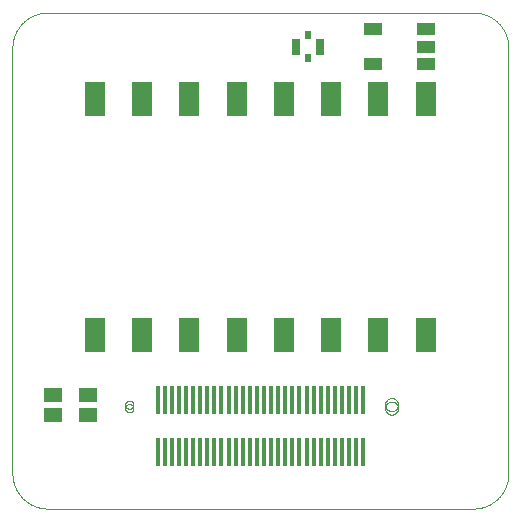
<source format=gtp>
G75*
%MOIN*%
%OFA0B0*%
%FSLAX25Y25*%
%IPPOS*%
%LPD*%
%AMOC8*
5,1,8,0,0,1.08239X$1,22.5*
%
%ADD10C,0.00000*%
%ADD11R,0.01378X0.09646*%
%ADD12R,0.07087X0.11811*%
%ADD13R,0.05906X0.05118*%
%ADD14R,0.06102X0.03937*%
%ADD15R,0.02165X0.02559*%
%ADD16R,0.02559X0.05709*%
D10*
X0013311Y0018636D02*
X0155043Y0018636D01*
X0155328Y0018639D01*
X0155614Y0018650D01*
X0155899Y0018667D01*
X0156183Y0018691D01*
X0156467Y0018722D01*
X0156750Y0018760D01*
X0157031Y0018805D01*
X0157312Y0018856D01*
X0157592Y0018914D01*
X0157870Y0018979D01*
X0158146Y0019051D01*
X0158420Y0019129D01*
X0158693Y0019214D01*
X0158963Y0019306D01*
X0159231Y0019404D01*
X0159497Y0019508D01*
X0159760Y0019619D01*
X0160020Y0019736D01*
X0160278Y0019859D01*
X0160532Y0019989D01*
X0160783Y0020125D01*
X0161031Y0020266D01*
X0161275Y0020414D01*
X0161516Y0020567D01*
X0161752Y0020727D01*
X0161985Y0020892D01*
X0162214Y0021062D01*
X0162439Y0021238D01*
X0162659Y0021420D01*
X0162875Y0021606D01*
X0163086Y0021798D01*
X0163293Y0021995D01*
X0163495Y0022197D01*
X0163692Y0022404D01*
X0163884Y0022615D01*
X0164070Y0022831D01*
X0164252Y0023051D01*
X0164428Y0023276D01*
X0164598Y0023505D01*
X0164763Y0023738D01*
X0164923Y0023974D01*
X0165076Y0024215D01*
X0165224Y0024459D01*
X0165365Y0024707D01*
X0165501Y0024958D01*
X0165631Y0025212D01*
X0165754Y0025470D01*
X0165871Y0025730D01*
X0165982Y0025993D01*
X0166086Y0026259D01*
X0166184Y0026527D01*
X0166276Y0026797D01*
X0166361Y0027070D01*
X0166439Y0027344D01*
X0166511Y0027620D01*
X0166576Y0027898D01*
X0166634Y0028178D01*
X0166685Y0028459D01*
X0166730Y0028740D01*
X0166768Y0029023D01*
X0166799Y0029307D01*
X0166823Y0029591D01*
X0166840Y0029876D01*
X0166851Y0030162D01*
X0166854Y0030447D01*
X0166854Y0172179D01*
X0166851Y0172464D01*
X0166840Y0172750D01*
X0166823Y0173035D01*
X0166799Y0173319D01*
X0166768Y0173603D01*
X0166730Y0173886D01*
X0166685Y0174167D01*
X0166634Y0174448D01*
X0166576Y0174728D01*
X0166511Y0175006D01*
X0166439Y0175282D01*
X0166361Y0175556D01*
X0166276Y0175829D01*
X0166184Y0176099D01*
X0166086Y0176367D01*
X0165982Y0176633D01*
X0165871Y0176896D01*
X0165754Y0177156D01*
X0165631Y0177414D01*
X0165501Y0177668D01*
X0165365Y0177919D01*
X0165224Y0178167D01*
X0165076Y0178411D01*
X0164923Y0178652D01*
X0164763Y0178888D01*
X0164598Y0179121D01*
X0164428Y0179350D01*
X0164252Y0179575D01*
X0164070Y0179795D01*
X0163884Y0180011D01*
X0163692Y0180222D01*
X0163495Y0180429D01*
X0163293Y0180631D01*
X0163086Y0180828D01*
X0162875Y0181020D01*
X0162659Y0181206D01*
X0162439Y0181388D01*
X0162214Y0181564D01*
X0161985Y0181734D01*
X0161752Y0181899D01*
X0161516Y0182059D01*
X0161275Y0182212D01*
X0161031Y0182360D01*
X0160783Y0182501D01*
X0160532Y0182637D01*
X0160278Y0182767D01*
X0160020Y0182890D01*
X0159760Y0183007D01*
X0159497Y0183118D01*
X0159231Y0183222D01*
X0158963Y0183320D01*
X0158693Y0183412D01*
X0158420Y0183497D01*
X0158146Y0183575D01*
X0157870Y0183647D01*
X0157592Y0183712D01*
X0157312Y0183770D01*
X0157031Y0183821D01*
X0156750Y0183866D01*
X0156467Y0183904D01*
X0156183Y0183935D01*
X0155899Y0183959D01*
X0155614Y0183976D01*
X0155328Y0183987D01*
X0155043Y0183990D01*
X0013311Y0183990D01*
X0013026Y0183987D01*
X0012740Y0183976D01*
X0012455Y0183959D01*
X0012171Y0183935D01*
X0011887Y0183904D01*
X0011604Y0183866D01*
X0011323Y0183821D01*
X0011042Y0183770D01*
X0010762Y0183712D01*
X0010484Y0183647D01*
X0010208Y0183575D01*
X0009934Y0183497D01*
X0009661Y0183412D01*
X0009391Y0183320D01*
X0009123Y0183222D01*
X0008857Y0183118D01*
X0008594Y0183007D01*
X0008334Y0182890D01*
X0008076Y0182767D01*
X0007822Y0182637D01*
X0007571Y0182501D01*
X0007323Y0182360D01*
X0007079Y0182212D01*
X0006838Y0182059D01*
X0006602Y0181899D01*
X0006369Y0181734D01*
X0006140Y0181564D01*
X0005915Y0181388D01*
X0005695Y0181206D01*
X0005479Y0181020D01*
X0005268Y0180828D01*
X0005061Y0180631D01*
X0004859Y0180429D01*
X0004662Y0180222D01*
X0004470Y0180011D01*
X0004284Y0179795D01*
X0004102Y0179575D01*
X0003926Y0179350D01*
X0003756Y0179121D01*
X0003591Y0178888D01*
X0003431Y0178652D01*
X0003278Y0178411D01*
X0003130Y0178167D01*
X0002989Y0177919D01*
X0002853Y0177668D01*
X0002723Y0177414D01*
X0002600Y0177156D01*
X0002483Y0176896D01*
X0002372Y0176633D01*
X0002268Y0176367D01*
X0002170Y0176099D01*
X0002078Y0175829D01*
X0001993Y0175556D01*
X0001915Y0175282D01*
X0001843Y0175006D01*
X0001778Y0174728D01*
X0001720Y0174448D01*
X0001669Y0174167D01*
X0001624Y0173886D01*
X0001586Y0173603D01*
X0001555Y0173319D01*
X0001531Y0173035D01*
X0001514Y0172750D01*
X0001503Y0172464D01*
X0001500Y0172179D01*
X0001500Y0030447D01*
X0001503Y0030162D01*
X0001514Y0029876D01*
X0001531Y0029591D01*
X0001555Y0029307D01*
X0001586Y0029023D01*
X0001624Y0028740D01*
X0001669Y0028459D01*
X0001720Y0028178D01*
X0001778Y0027898D01*
X0001843Y0027620D01*
X0001915Y0027344D01*
X0001993Y0027070D01*
X0002078Y0026797D01*
X0002170Y0026527D01*
X0002268Y0026259D01*
X0002372Y0025993D01*
X0002483Y0025730D01*
X0002600Y0025470D01*
X0002723Y0025212D01*
X0002853Y0024958D01*
X0002989Y0024707D01*
X0003130Y0024459D01*
X0003278Y0024215D01*
X0003431Y0023974D01*
X0003591Y0023738D01*
X0003756Y0023505D01*
X0003926Y0023276D01*
X0004102Y0023051D01*
X0004284Y0022831D01*
X0004470Y0022615D01*
X0004662Y0022404D01*
X0004859Y0022197D01*
X0005061Y0021995D01*
X0005268Y0021798D01*
X0005479Y0021606D01*
X0005695Y0021420D01*
X0005915Y0021238D01*
X0006140Y0021062D01*
X0006369Y0020892D01*
X0006602Y0020727D01*
X0006838Y0020567D01*
X0007079Y0020414D01*
X0007323Y0020266D01*
X0007571Y0020125D01*
X0007822Y0019989D01*
X0008076Y0019859D01*
X0008334Y0019736D01*
X0008594Y0019619D01*
X0008857Y0019508D01*
X0009123Y0019404D01*
X0009391Y0019306D01*
X0009661Y0019214D01*
X0009934Y0019129D01*
X0010208Y0019051D01*
X0010484Y0018979D01*
X0010762Y0018914D01*
X0011042Y0018856D01*
X0011323Y0018805D01*
X0011604Y0018760D01*
X0011887Y0018722D01*
X0012171Y0018691D01*
X0012455Y0018667D01*
X0012740Y0018650D01*
X0013026Y0018639D01*
X0013311Y0018636D01*
X0039098Y0052100D02*
X0039100Y0052174D01*
X0039106Y0052248D01*
X0039116Y0052321D01*
X0039130Y0052394D01*
X0039147Y0052466D01*
X0039169Y0052536D01*
X0039194Y0052606D01*
X0039223Y0052674D01*
X0039256Y0052740D01*
X0039292Y0052805D01*
X0039332Y0052867D01*
X0039374Y0052928D01*
X0039420Y0052986D01*
X0039469Y0053041D01*
X0039521Y0053094D01*
X0039576Y0053144D01*
X0039633Y0053190D01*
X0039693Y0053234D01*
X0039755Y0053274D01*
X0039819Y0053311D01*
X0039885Y0053345D01*
X0039953Y0053375D01*
X0040022Y0053401D01*
X0040093Y0053424D01*
X0040164Y0053442D01*
X0040237Y0053457D01*
X0040310Y0053468D01*
X0040384Y0053475D01*
X0040458Y0053478D01*
X0040531Y0053477D01*
X0040605Y0053472D01*
X0040679Y0053463D01*
X0040752Y0053450D01*
X0040824Y0053433D01*
X0040895Y0053413D01*
X0040965Y0053388D01*
X0041033Y0053360D01*
X0041100Y0053329D01*
X0041165Y0053293D01*
X0041228Y0053255D01*
X0041289Y0053213D01*
X0041348Y0053167D01*
X0041404Y0053119D01*
X0041457Y0053068D01*
X0041507Y0053014D01*
X0041555Y0052957D01*
X0041599Y0052898D01*
X0041641Y0052836D01*
X0041679Y0052773D01*
X0041713Y0052707D01*
X0041744Y0052640D01*
X0041771Y0052571D01*
X0041794Y0052501D01*
X0041814Y0052430D01*
X0041830Y0052357D01*
X0041842Y0052284D01*
X0041850Y0052211D01*
X0041854Y0052137D01*
X0041854Y0052063D01*
X0041850Y0051989D01*
X0041842Y0051916D01*
X0041830Y0051843D01*
X0041814Y0051770D01*
X0041794Y0051699D01*
X0041771Y0051629D01*
X0041744Y0051560D01*
X0041713Y0051493D01*
X0041679Y0051427D01*
X0041641Y0051364D01*
X0041599Y0051302D01*
X0041555Y0051243D01*
X0041507Y0051186D01*
X0041457Y0051132D01*
X0041404Y0051081D01*
X0041348Y0051033D01*
X0041289Y0050987D01*
X0041228Y0050945D01*
X0041165Y0050907D01*
X0041100Y0050871D01*
X0041033Y0050840D01*
X0040965Y0050812D01*
X0040895Y0050787D01*
X0040824Y0050767D01*
X0040752Y0050750D01*
X0040679Y0050737D01*
X0040605Y0050728D01*
X0040531Y0050723D01*
X0040458Y0050722D01*
X0040384Y0050725D01*
X0040310Y0050732D01*
X0040237Y0050743D01*
X0040164Y0050758D01*
X0040093Y0050776D01*
X0040022Y0050799D01*
X0039953Y0050825D01*
X0039885Y0050855D01*
X0039819Y0050889D01*
X0039755Y0050926D01*
X0039693Y0050966D01*
X0039633Y0051010D01*
X0039576Y0051056D01*
X0039521Y0051106D01*
X0039469Y0051159D01*
X0039420Y0051214D01*
X0039374Y0051272D01*
X0039332Y0051333D01*
X0039292Y0051395D01*
X0039256Y0051460D01*
X0039223Y0051526D01*
X0039194Y0051594D01*
X0039169Y0051664D01*
X0039147Y0051734D01*
X0039130Y0051806D01*
X0039116Y0051879D01*
X0039106Y0051952D01*
X0039100Y0052026D01*
X0039098Y0052100D01*
X0039098Y0053281D02*
X0039100Y0053355D01*
X0039106Y0053429D01*
X0039116Y0053502D01*
X0039130Y0053575D01*
X0039147Y0053647D01*
X0039169Y0053717D01*
X0039194Y0053787D01*
X0039223Y0053855D01*
X0039256Y0053921D01*
X0039292Y0053986D01*
X0039332Y0054048D01*
X0039374Y0054109D01*
X0039420Y0054167D01*
X0039469Y0054222D01*
X0039521Y0054275D01*
X0039576Y0054325D01*
X0039633Y0054371D01*
X0039693Y0054415D01*
X0039755Y0054455D01*
X0039819Y0054492D01*
X0039885Y0054526D01*
X0039953Y0054556D01*
X0040022Y0054582D01*
X0040093Y0054605D01*
X0040164Y0054623D01*
X0040237Y0054638D01*
X0040310Y0054649D01*
X0040384Y0054656D01*
X0040458Y0054659D01*
X0040531Y0054658D01*
X0040605Y0054653D01*
X0040679Y0054644D01*
X0040752Y0054631D01*
X0040824Y0054614D01*
X0040895Y0054594D01*
X0040965Y0054569D01*
X0041033Y0054541D01*
X0041100Y0054510D01*
X0041165Y0054474D01*
X0041228Y0054436D01*
X0041289Y0054394D01*
X0041348Y0054348D01*
X0041404Y0054300D01*
X0041457Y0054249D01*
X0041507Y0054195D01*
X0041555Y0054138D01*
X0041599Y0054079D01*
X0041641Y0054017D01*
X0041679Y0053954D01*
X0041713Y0053888D01*
X0041744Y0053821D01*
X0041771Y0053752D01*
X0041794Y0053682D01*
X0041814Y0053611D01*
X0041830Y0053538D01*
X0041842Y0053465D01*
X0041850Y0053392D01*
X0041854Y0053318D01*
X0041854Y0053244D01*
X0041850Y0053170D01*
X0041842Y0053097D01*
X0041830Y0053024D01*
X0041814Y0052951D01*
X0041794Y0052880D01*
X0041771Y0052810D01*
X0041744Y0052741D01*
X0041713Y0052674D01*
X0041679Y0052608D01*
X0041641Y0052545D01*
X0041599Y0052483D01*
X0041555Y0052424D01*
X0041507Y0052367D01*
X0041457Y0052313D01*
X0041404Y0052262D01*
X0041348Y0052214D01*
X0041289Y0052168D01*
X0041228Y0052126D01*
X0041165Y0052088D01*
X0041100Y0052052D01*
X0041033Y0052021D01*
X0040965Y0051993D01*
X0040895Y0051968D01*
X0040824Y0051948D01*
X0040752Y0051931D01*
X0040679Y0051918D01*
X0040605Y0051909D01*
X0040531Y0051904D01*
X0040458Y0051903D01*
X0040384Y0051906D01*
X0040310Y0051913D01*
X0040237Y0051924D01*
X0040164Y0051939D01*
X0040093Y0051957D01*
X0040022Y0051980D01*
X0039953Y0052006D01*
X0039885Y0052036D01*
X0039819Y0052070D01*
X0039755Y0052107D01*
X0039693Y0052147D01*
X0039633Y0052191D01*
X0039576Y0052237D01*
X0039521Y0052287D01*
X0039469Y0052340D01*
X0039420Y0052395D01*
X0039374Y0052453D01*
X0039332Y0052514D01*
X0039292Y0052576D01*
X0039256Y0052641D01*
X0039223Y0052707D01*
X0039194Y0052775D01*
X0039169Y0052845D01*
X0039147Y0052915D01*
X0039130Y0052987D01*
X0039116Y0053060D01*
X0039106Y0053133D01*
X0039100Y0053207D01*
X0039098Y0053281D01*
X0125713Y0053281D02*
X0125715Y0053374D01*
X0125721Y0053466D01*
X0125731Y0053558D01*
X0125745Y0053649D01*
X0125762Y0053740D01*
X0125784Y0053830D01*
X0125809Y0053919D01*
X0125838Y0054007D01*
X0125871Y0054093D01*
X0125908Y0054178D01*
X0125948Y0054262D01*
X0125992Y0054343D01*
X0126039Y0054423D01*
X0126089Y0054501D01*
X0126143Y0054576D01*
X0126200Y0054649D01*
X0126260Y0054719D01*
X0126323Y0054787D01*
X0126389Y0054852D01*
X0126457Y0054914D01*
X0126528Y0054974D01*
X0126602Y0055030D01*
X0126678Y0055083D01*
X0126756Y0055132D01*
X0126836Y0055179D01*
X0126918Y0055221D01*
X0127002Y0055261D01*
X0127087Y0055296D01*
X0127174Y0055328D01*
X0127262Y0055357D01*
X0127351Y0055381D01*
X0127441Y0055402D01*
X0127532Y0055418D01*
X0127624Y0055431D01*
X0127716Y0055440D01*
X0127809Y0055445D01*
X0127901Y0055446D01*
X0127994Y0055443D01*
X0128086Y0055436D01*
X0128178Y0055425D01*
X0128269Y0055410D01*
X0128360Y0055392D01*
X0128450Y0055369D01*
X0128538Y0055343D01*
X0128626Y0055313D01*
X0128712Y0055279D01*
X0128796Y0055242D01*
X0128879Y0055200D01*
X0128960Y0055156D01*
X0129040Y0055108D01*
X0129117Y0055057D01*
X0129191Y0055002D01*
X0129264Y0054944D01*
X0129334Y0054884D01*
X0129401Y0054820D01*
X0129465Y0054754D01*
X0129527Y0054684D01*
X0129585Y0054613D01*
X0129640Y0054539D01*
X0129692Y0054462D01*
X0129741Y0054383D01*
X0129787Y0054303D01*
X0129829Y0054220D01*
X0129867Y0054136D01*
X0129902Y0054050D01*
X0129933Y0053963D01*
X0129960Y0053875D01*
X0129983Y0053785D01*
X0130003Y0053695D01*
X0130019Y0053604D01*
X0130031Y0053512D01*
X0130039Y0053420D01*
X0130043Y0053327D01*
X0130043Y0053235D01*
X0130039Y0053142D01*
X0130031Y0053050D01*
X0130019Y0052958D01*
X0130003Y0052867D01*
X0129983Y0052777D01*
X0129960Y0052687D01*
X0129933Y0052599D01*
X0129902Y0052512D01*
X0129867Y0052426D01*
X0129829Y0052342D01*
X0129787Y0052259D01*
X0129741Y0052179D01*
X0129692Y0052100D01*
X0129640Y0052023D01*
X0129585Y0051949D01*
X0129527Y0051878D01*
X0129465Y0051808D01*
X0129401Y0051742D01*
X0129334Y0051678D01*
X0129264Y0051618D01*
X0129191Y0051560D01*
X0129117Y0051505D01*
X0129040Y0051454D01*
X0128961Y0051406D01*
X0128879Y0051362D01*
X0128796Y0051320D01*
X0128712Y0051283D01*
X0128626Y0051249D01*
X0128538Y0051219D01*
X0128450Y0051193D01*
X0128360Y0051170D01*
X0128269Y0051152D01*
X0128178Y0051137D01*
X0128086Y0051126D01*
X0127994Y0051119D01*
X0127901Y0051116D01*
X0127809Y0051117D01*
X0127716Y0051122D01*
X0127624Y0051131D01*
X0127532Y0051144D01*
X0127441Y0051160D01*
X0127351Y0051181D01*
X0127262Y0051205D01*
X0127174Y0051234D01*
X0127087Y0051266D01*
X0127002Y0051301D01*
X0126918Y0051341D01*
X0126836Y0051383D01*
X0126756Y0051430D01*
X0126678Y0051479D01*
X0126602Y0051532D01*
X0126528Y0051588D01*
X0126457Y0051648D01*
X0126389Y0051710D01*
X0126323Y0051775D01*
X0126260Y0051843D01*
X0126200Y0051913D01*
X0126143Y0051986D01*
X0126089Y0052061D01*
X0126039Y0052139D01*
X0125992Y0052219D01*
X0125948Y0052300D01*
X0125908Y0052384D01*
X0125871Y0052469D01*
X0125838Y0052555D01*
X0125809Y0052643D01*
X0125784Y0052732D01*
X0125762Y0052822D01*
X0125745Y0052913D01*
X0125731Y0053004D01*
X0125721Y0053096D01*
X0125715Y0053188D01*
X0125713Y0053281D01*
X0125713Y0052100D02*
X0125715Y0052193D01*
X0125721Y0052285D01*
X0125731Y0052377D01*
X0125745Y0052468D01*
X0125762Y0052559D01*
X0125784Y0052649D01*
X0125809Y0052738D01*
X0125838Y0052826D01*
X0125871Y0052912D01*
X0125908Y0052997D01*
X0125948Y0053081D01*
X0125992Y0053162D01*
X0126039Y0053242D01*
X0126089Y0053320D01*
X0126143Y0053395D01*
X0126200Y0053468D01*
X0126260Y0053538D01*
X0126323Y0053606D01*
X0126389Y0053671D01*
X0126457Y0053733D01*
X0126528Y0053793D01*
X0126602Y0053849D01*
X0126678Y0053902D01*
X0126756Y0053951D01*
X0126836Y0053998D01*
X0126918Y0054040D01*
X0127002Y0054080D01*
X0127087Y0054115D01*
X0127174Y0054147D01*
X0127262Y0054176D01*
X0127351Y0054200D01*
X0127441Y0054221D01*
X0127532Y0054237D01*
X0127624Y0054250D01*
X0127716Y0054259D01*
X0127809Y0054264D01*
X0127901Y0054265D01*
X0127994Y0054262D01*
X0128086Y0054255D01*
X0128178Y0054244D01*
X0128269Y0054229D01*
X0128360Y0054211D01*
X0128450Y0054188D01*
X0128538Y0054162D01*
X0128626Y0054132D01*
X0128712Y0054098D01*
X0128796Y0054061D01*
X0128879Y0054019D01*
X0128960Y0053975D01*
X0129040Y0053927D01*
X0129117Y0053876D01*
X0129191Y0053821D01*
X0129264Y0053763D01*
X0129334Y0053703D01*
X0129401Y0053639D01*
X0129465Y0053573D01*
X0129527Y0053503D01*
X0129585Y0053432D01*
X0129640Y0053358D01*
X0129692Y0053281D01*
X0129741Y0053202D01*
X0129787Y0053122D01*
X0129829Y0053039D01*
X0129867Y0052955D01*
X0129902Y0052869D01*
X0129933Y0052782D01*
X0129960Y0052694D01*
X0129983Y0052604D01*
X0130003Y0052514D01*
X0130019Y0052423D01*
X0130031Y0052331D01*
X0130039Y0052239D01*
X0130043Y0052146D01*
X0130043Y0052054D01*
X0130039Y0051961D01*
X0130031Y0051869D01*
X0130019Y0051777D01*
X0130003Y0051686D01*
X0129983Y0051596D01*
X0129960Y0051506D01*
X0129933Y0051418D01*
X0129902Y0051331D01*
X0129867Y0051245D01*
X0129829Y0051161D01*
X0129787Y0051078D01*
X0129741Y0050998D01*
X0129692Y0050919D01*
X0129640Y0050842D01*
X0129585Y0050768D01*
X0129527Y0050697D01*
X0129465Y0050627D01*
X0129401Y0050561D01*
X0129334Y0050497D01*
X0129264Y0050437D01*
X0129191Y0050379D01*
X0129117Y0050324D01*
X0129040Y0050273D01*
X0128961Y0050225D01*
X0128879Y0050181D01*
X0128796Y0050139D01*
X0128712Y0050102D01*
X0128626Y0050068D01*
X0128538Y0050038D01*
X0128450Y0050012D01*
X0128360Y0049989D01*
X0128269Y0049971D01*
X0128178Y0049956D01*
X0128086Y0049945D01*
X0127994Y0049938D01*
X0127901Y0049935D01*
X0127809Y0049936D01*
X0127716Y0049941D01*
X0127624Y0049950D01*
X0127532Y0049963D01*
X0127441Y0049979D01*
X0127351Y0050000D01*
X0127262Y0050024D01*
X0127174Y0050053D01*
X0127087Y0050085D01*
X0127002Y0050120D01*
X0126918Y0050160D01*
X0126836Y0050202D01*
X0126756Y0050249D01*
X0126678Y0050298D01*
X0126602Y0050351D01*
X0126528Y0050407D01*
X0126457Y0050467D01*
X0126389Y0050529D01*
X0126323Y0050594D01*
X0126260Y0050662D01*
X0126200Y0050732D01*
X0126143Y0050805D01*
X0126089Y0050880D01*
X0126039Y0050958D01*
X0125992Y0051038D01*
X0125948Y0051119D01*
X0125908Y0051203D01*
X0125871Y0051288D01*
X0125838Y0051374D01*
X0125809Y0051462D01*
X0125784Y0051551D01*
X0125762Y0051641D01*
X0125745Y0051732D01*
X0125731Y0051823D01*
X0125721Y0051915D01*
X0125715Y0052007D01*
X0125713Y0052100D01*
D11*
X0118429Y0054955D03*
X0116067Y0054955D03*
X0113705Y0054955D03*
X0111343Y0054955D03*
X0108980Y0054955D03*
X0106618Y0054955D03*
X0104256Y0054955D03*
X0101894Y0054955D03*
X0099531Y0054955D03*
X0097169Y0054955D03*
X0094807Y0054955D03*
X0092445Y0054955D03*
X0090083Y0054955D03*
X0087720Y0054955D03*
X0085358Y0054955D03*
X0082996Y0054955D03*
X0080634Y0054955D03*
X0078272Y0054955D03*
X0075909Y0054955D03*
X0073547Y0054955D03*
X0071185Y0054955D03*
X0068823Y0054955D03*
X0066461Y0054955D03*
X0064098Y0054955D03*
X0061736Y0054955D03*
X0059374Y0054955D03*
X0057012Y0054955D03*
X0054650Y0054955D03*
X0052287Y0054955D03*
X0049925Y0054955D03*
X0049925Y0037435D03*
X0052287Y0037435D03*
X0054650Y0037435D03*
X0057012Y0037435D03*
X0059374Y0037435D03*
X0061736Y0037435D03*
X0064098Y0037435D03*
X0066461Y0037435D03*
X0068823Y0037435D03*
X0071185Y0037435D03*
X0073547Y0037435D03*
X0075909Y0037435D03*
X0078272Y0037435D03*
X0080634Y0037435D03*
X0082996Y0037435D03*
X0085358Y0037435D03*
X0087720Y0037435D03*
X0090083Y0037435D03*
X0092445Y0037435D03*
X0094807Y0037435D03*
X0097169Y0037435D03*
X0099531Y0037435D03*
X0101894Y0037435D03*
X0104256Y0037435D03*
X0106618Y0037435D03*
X0108980Y0037435D03*
X0111343Y0037435D03*
X0113705Y0037435D03*
X0116067Y0037435D03*
X0118429Y0037435D03*
D12*
X0123506Y0076510D03*
X0139254Y0076510D03*
X0107758Y0076510D03*
X0092010Y0076510D03*
X0076262Y0076510D03*
X0060514Y0076510D03*
X0044766Y0076510D03*
X0029018Y0076510D03*
X0029018Y0155250D03*
X0044766Y0155250D03*
X0060514Y0155250D03*
X0076262Y0155250D03*
X0092010Y0155250D03*
X0107758Y0155250D03*
X0123506Y0155250D03*
X0139254Y0155250D03*
D13*
X0026697Y0056628D03*
X0026697Y0049935D03*
X0014886Y0049935D03*
X0014886Y0056628D03*
D14*
X0121776Y0166667D03*
X0121776Y0178478D03*
X0139295Y0178478D03*
X0139295Y0172573D03*
X0139295Y0166667D03*
D15*
X0100024Y0168734D03*
X0100024Y0176411D03*
D16*
X0104059Y0172573D03*
X0095988Y0172573D03*
M02*

</source>
